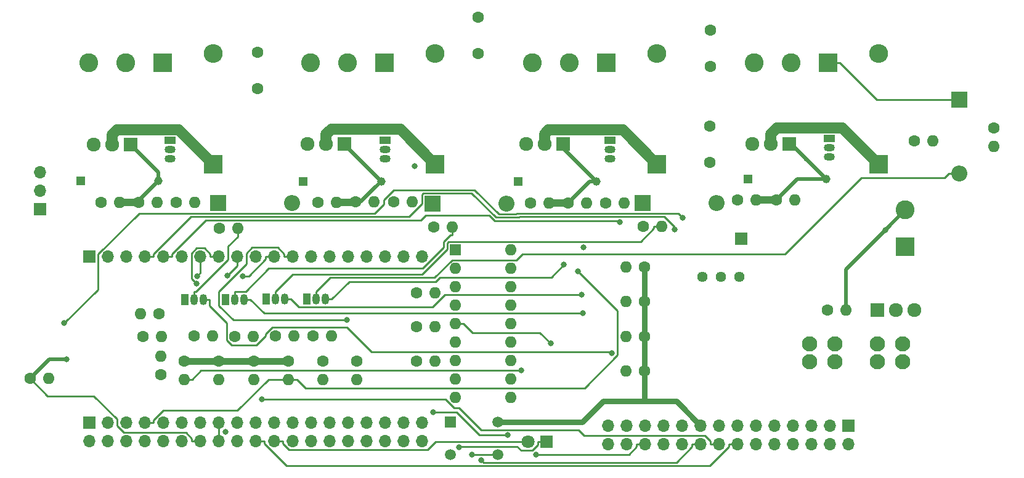
<source format=gbr>
%TF.GenerationSoftware,KiCad,Pcbnew,7.0.1*%
%TF.CreationDate,2023-05-06T14:51:25-07:00*%
%TF.ProjectId,MakeItRain,4d616b65-4974-4526-9169-6e2e6b696361,rev?*%
%TF.SameCoordinates,Original*%
%TF.FileFunction,Copper,L2,Inr*%
%TF.FilePolarity,Positive*%
%FSLAX46Y46*%
G04 Gerber Fmt 4.6, Leading zero omitted, Abs format (unit mm)*
G04 Created by KiCad (PCBNEW 7.0.1) date 2023-05-06 14:51:25*
%MOMM*%
%LPD*%
G01*
G04 APERTURE LIST*
%TA.AperFunction,ComponentPad*%
%ADD10C,1.600000*%
%TD*%
%TA.AperFunction,ComponentPad*%
%ADD11R,2.600000X2.600000*%
%TD*%
%TA.AperFunction,ComponentPad*%
%ADD12O,2.600000X2.600000*%
%TD*%
%TA.AperFunction,ComponentPad*%
%ADD13R,1.800000X1.800000*%
%TD*%
%TA.AperFunction,ComponentPad*%
%ADD14C,1.800000*%
%TD*%
%TA.AperFunction,ComponentPad*%
%ADD15R,1.700000X1.700000*%
%TD*%
%TA.AperFunction,ComponentPad*%
%ADD16O,1.700000X1.700000*%
%TD*%
%TA.AperFunction,ComponentPad*%
%ADD17C,2.600000*%
%TD*%
%TA.AperFunction,ComponentPad*%
%ADD18R,1.920000X1.920000*%
%TD*%
%TA.AperFunction,ComponentPad*%
%ADD19C,1.920000*%
%TD*%
%TA.AperFunction,ComponentPad*%
%ADD20R,1.050000X1.500000*%
%TD*%
%TA.AperFunction,ComponentPad*%
%ADD21O,1.050000X1.500000*%
%TD*%
%TA.AperFunction,ComponentPad*%
%ADD22R,1.150000X1.150000*%
%TD*%
%TA.AperFunction,ComponentPad*%
%ADD23C,1.150000*%
%TD*%
%TA.AperFunction,ComponentPad*%
%ADD24O,1.600000X1.600000*%
%TD*%
%TA.AperFunction,ComponentPad*%
%ADD25R,1.500000X1.050000*%
%TD*%
%TA.AperFunction,ComponentPad*%
%ADD26O,1.500000X1.050000*%
%TD*%
%TA.AperFunction,ComponentPad*%
%ADD27C,1.440000*%
%TD*%
%TA.AperFunction,ComponentPad*%
%ADD28R,1.600000X1.600000*%
%TD*%
%TA.AperFunction,ComponentPad*%
%ADD29R,2.200000X2.200000*%
%TD*%
%TA.AperFunction,ComponentPad*%
%ADD30O,2.200000X2.200000*%
%TD*%
%TA.AperFunction,ComponentPad*%
%ADD31R,1.500000X1.500000*%
%TD*%
%TA.AperFunction,ComponentPad*%
%ADD32C,1.500000*%
%TD*%
%TA.AperFunction,ComponentPad*%
%ADD33C,2.100000*%
%TD*%
%TA.AperFunction,ViaPad*%
%ADD34C,0.800000*%
%TD*%
%TA.AperFunction,Conductor*%
%ADD35C,0.508000*%
%TD*%
%TA.AperFunction,Conductor*%
%ADD36C,0.250000*%
%TD*%
%TA.AperFunction,Conductor*%
%ADD37C,1.524000*%
%TD*%
%TA.AperFunction,Conductor*%
%ADD38C,0.762000*%
%TD*%
%TA.AperFunction,Conductor*%
%ADD39C,0.889000*%
%TD*%
%TA.AperFunction,Conductor*%
%ADD40C,1.016000*%
%TD*%
G04 APERTURE END LIST*
D10*
%TO.N,/Zone1IO/ZoneInput*%
%TO.C,C2*%
X89109000Y-69659700D03*
%TO.N,GND*%
X89109000Y-74659700D03*
%TD*%
%TO.N,/Zone2IO/ZoneInput*%
%TO.C,C3*%
X119449600Y-64825000D03*
%TO.N,GND*%
X119449600Y-69825000D03*
%TD*%
%TO.N,/Zone3IO/ZoneInput*%
%TO.C,C4*%
X151357900Y-66638300D03*
%TO.N,GND*%
X151357900Y-71638300D03*
%TD*%
D11*
%TO.N,/Zone1IO/ZoneOutput*%
%TO.C,D3*%
X83061000Y-85060000D03*
D12*
%TO.N,GND*%
X83061000Y-69820000D03*
%TD*%
D11*
%TO.N,/Zone2IO/ZoneOutput*%
%TO.C,D5*%
X113541000Y-85060000D03*
D12*
%TO.N,GND*%
X113541000Y-69820000D03*
%TD*%
D11*
%TO.N,/Zone4IO/ZoneOutput*%
%TO.C,D7*%
X174501000Y-85060000D03*
D12*
%TO.N,GND*%
X174501000Y-69820000D03*
%TD*%
D11*
%TO.N,/Zone3IO/ZoneOutput*%
%TO.C,D9*%
X144021000Y-85060000D03*
D12*
%TO.N,GND*%
X144021000Y-69820000D03*
%TD*%
D13*
%TO.N,Net-(D1-K)*%
%TO.C,D1*%
X128872900Y-123268200D03*
D14*
%TO.N,D27*%
X126332900Y-123268200D03*
%TD*%
D15*
%TO.N,+3V3*%
%TO.C,J2*%
X66040000Y-120650000D03*
D16*
X66040000Y-123190000D03*
%TO.N,EN*%
X68580000Y-120650000D03*
X68580000Y-123190000D03*
%TO.N,D36*%
X71120000Y-120650000D03*
X71120000Y-123190000D03*
%TO.N,D39*%
X73660000Y-120650000D03*
X73660000Y-123190000D03*
%TO.N,D34*%
X76200000Y-120650000D03*
X76200000Y-123190000D03*
%TO.N,D35*%
X78740000Y-120650000D03*
X78740000Y-123190000D03*
%TO.N,D32*%
X81280000Y-120650000D03*
X81280000Y-123190000D03*
%TO.N,D33*%
X83820000Y-120650000D03*
X83820000Y-123190000D03*
%TO.N,D25*%
X86360000Y-120650000D03*
X86360000Y-123190000D03*
%TO.N,D26*%
X88900000Y-120650000D03*
X88900000Y-123190000D03*
%TO.N,D27*%
X91440000Y-120650000D03*
X91440000Y-123190000D03*
%TO.N,D14*%
X93980000Y-120650000D03*
X93980000Y-123190000D03*
%TO.N,D12*%
X96520000Y-120650000D03*
X96520000Y-123190000D03*
%TO.N,GND*%
X99060000Y-120650000D03*
X99060000Y-123190000D03*
%TO.N,unconnected-(J2-Pin_29-Pad29)*%
X101600000Y-120650000D03*
%TO.N,unconnected-(J2-Pin_30-Pad30)*%
X101600000Y-123190000D03*
%TO.N,unconnected-(J2-Pin_31-Pad31)*%
X104140000Y-120650000D03*
%TO.N,unconnected-(J2-Pin_32-Pad32)*%
X104140000Y-123190000D03*
%TO.N,unconnected-(J2-Pin_33-Pad33)*%
X106680000Y-120650000D03*
%TO.N,unconnected-(J2-Pin_34-Pad34)*%
X106680000Y-123190000D03*
%TO.N,unconnected-(J2-Pin_35-Pad35)*%
X109220000Y-120650000D03*
%TO.N,unconnected-(J2-Pin_36-Pad36)*%
X109220000Y-123190000D03*
%TO.N,Net-(J2-Pin_37)*%
X111760000Y-120650000D03*
X111760000Y-123190000D03*
%TD*%
D15*
%TO.N,GND*%
%TO.C,J3*%
X66040000Y-97790000D03*
D16*
%TO.N,D23*%
X68580000Y-97790000D03*
%TO.N,D22*%
X71120000Y-97790000D03*
%TO.N,TX*%
X73660000Y-97790000D03*
%TO.N,RX*%
X76200000Y-97790000D03*
%TO.N,D21*%
X78740000Y-97790000D03*
%TO.N,GND*%
X81280000Y-97790000D03*
%TO.N,D19*%
X83820000Y-97790000D03*
%TO.N,D18*%
X86360000Y-97790000D03*
%TO.N,D5*%
X88900000Y-97790000D03*
%TO.N,D17*%
X91440000Y-97790000D03*
%TO.N,D16*%
X93980000Y-97790000D03*
%TO.N,D4*%
X96520000Y-97790000D03*
%TO.N,D0*%
X99060000Y-97790000D03*
%TO.N,D2*%
X101600000Y-97790000D03*
%TO.N,D15*%
X104140000Y-97790000D03*
%TO.N,/SD1*%
X106680000Y-97790000D03*
%TO.N,/SDD*%
X109220000Y-97790000D03*
%TO.N,/CLK*%
X111760000Y-97790000D03*
%TD*%
D11*
%TO.N,Net-(P1-Pin_1)*%
%TO.C,P1*%
X178125700Y-96457800D03*
D17*
%TO.N,GND*%
X178125700Y-91377800D03*
%TD*%
D18*
%TO.N,Net-(Q3-Pad1)*%
%TO.C,Q3*%
X71689700Y-82379600D03*
D19*
%TO.N,/Zone1IO/ZoneOutput*%
X69149700Y-82379600D03*
%TO.N,+VDC*%
X66609700Y-82379600D03*
%TD*%
D18*
%TO.N,Net-(Q6-Pad1)*%
%TO.C,Q6*%
X101108600Y-82267600D03*
D19*
%TO.N,/Zone2IO/ZoneOutput*%
X98568600Y-82267600D03*
%TO.N,+VDC*%
X96028600Y-82267600D03*
%TD*%
D20*
%TO.N,GND*%
%TO.C,Q7*%
X90300800Y-103664300D03*
D21*
%TO.N,Net-(D6-A)*%
X91570800Y-103664300D03*
%TO.N,/InputIsolation/3in*%
X92840800Y-103664300D03*
%TD*%
D18*
%TO.N,Net-(Q9-Pad1)*%
%TO.C,Q9*%
X131085700Y-82267600D03*
D19*
%TO.N,/Zone3IO/ZoneOutput*%
X128545700Y-82267600D03*
%TO.N,+VDC*%
X126005700Y-82267600D03*
%TD*%
D18*
%TO.N,Net-(Q12-Pad1)*%
%TO.C,Q12*%
X162229200Y-82267600D03*
D19*
%TO.N,/Zone4IO/ZoneOutput*%
X159689200Y-82267600D03*
%TO.N,+VDC*%
X157149200Y-82267600D03*
%TD*%
D18*
%TO.N,Net-(Q13-Pad1)*%
%TO.C,Q13*%
X174341600Y-105164100D03*
D19*
%TO.N,Net-(P1-Pin_1)*%
X176881600Y-105164100D03*
%TO.N,Net-(Q13-Pad3)*%
X179421600Y-105164100D03*
%TD*%
D11*
%TO.N,/Zone2IO/ZoneInput*%
%TO.C,Z2*%
X106556000Y-71090000D03*
D17*
%TO.N,/Zone2IO/ZoneOutput*%
X101476000Y-71090000D03*
%TO.N,GND*%
X96396000Y-71090000D03*
%TD*%
D11*
%TO.N,/Zone3IO/ZoneInput*%
%TO.C,Z3*%
X137036000Y-71090000D03*
D17*
%TO.N,/Zone3IO/ZoneOutput*%
X131956000Y-71090000D03*
%TO.N,GND*%
X126876000Y-71090000D03*
%TD*%
D11*
%TO.N,/Zone4IO/ZoneInput*%
%TO.C,Z4*%
X167516000Y-71090000D03*
D17*
%TO.N,/Zone4IO/ZoneOutput*%
X162436000Y-71090000D03*
%TO.N,GND*%
X157356000Y-71090000D03*
%TD*%
D11*
%TO.N,/Zone1IO/ZoneInput*%
%TO.C,Z1*%
X76076000Y-71090000D03*
D17*
%TO.N,/Zone1IO/ZoneOutput*%
X70996000Y-71090000D03*
%TO.N,GND*%
X65916000Y-71090000D03*
%TD*%
D15*
%TO.N,+VDC*%
%TO.C,J1*%
X170349000Y-121042300D03*
D16*
%TO.N,TX*%
X170349000Y-123582300D03*
%TO.N,+VDC*%
X167809000Y-121042300D03*
%TO.N,RX*%
X167809000Y-123582300D03*
%TO.N,+VDC*%
X165269000Y-121042300D03*
%TO.N,Z8*%
X165269000Y-123582300D03*
%TO.N,+VDC*%
X162729000Y-121042300D03*
%TO.N,Z7*%
X162729000Y-123582300D03*
%TO.N,+VDC*%
X160189000Y-121042300D03*
%TO.N,Z6*%
X160189000Y-123582300D03*
%TO.N,+3V3*%
X157649000Y-121042300D03*
%TO.N,Z5*%
X157649000Y-123582300D03*
%TO.N,+3V3*%
X155109000Y-121042300D03*
%TO.N,D26*%
X155109000Y-123582300D03*
%TO.N,+3V3*%
X152569000Y-121042300D03*
%TO.N,D23*%
X152569000Y-123582300D03*
%TO.N,+3V3*%
X150029000Y-121042300D03*
%TO.N,D19*%
X150029000Y-123582300D03*
%TO.N,GND*%
X147489000Y-121042300D03*
%TO.N,D18*%
X147489000Y-123582300D03*
%TO.N,GND*%
X144949000Y-121042300D03*
%TO.N,D17*%
X144949000Y-123582300D03*
%TO.N,GND*%
X142409000Y-121042300D03*
%TO.N,D16*%
X142409000Y-123582300D03*
%TO.N,GND*%
X139869000Y-121042300D03*
%TO.N,D22*%
X139869000Y-123582300D03*
%TO.N,GND*%
X137329000Y-121042300D03*
%TO.N,D21*%
X137329000Y-123582300D03*
%TD*%
D22*
%TO.N,+VDC*%
%TO.C,Z5*%
X64792500Y-87395400D03*
D23*
%TO.N,Net-(Q3-Pad1)*%
X75492500Y-87395400D03*
%TD*%
D22*
%TO.N,+VDC*%
%TO.C,Z6*%
X95418500Y-87436000D03*
D23*
%TO.N,Net-(Q6-Pad1)*%
X106118500Y-87436000D03*
%TD*%
D22*
%TO.N,+VDC*%
%TO.C,Z8*%
X156564300Y-87104200D03*
D23*
%TO.N,Net-(Q12-Pad1)*%
X167264300Y-87104200D03*
%TD*%
D20*
%TO.N,GND*%
%TO.C,Q4*%
X84702900Y-103677400D03*
D21*
%TO.N,Net-(D4-A)*%
X85972900Y-103677400D03*
%TO.N,/InputIsolation/2in*%
X87242900Y-103677400D03*
%TD*%
D10*
%TO.N,+VDC*%
%TO.C,R23*%
X75572300Y-105627200D03*
D24*
%TO.N,Net-(IC1-+IN_A)*%
X73032300Y-105627200D03*
%TD*%
D10*
%TO.N,+3V3*%
%TO.C,R31*%
X83822200Y-112140600D03*
D24*
%TO.N,D35*%
X83822200Y-114680600D03*
%TD*%
D10*
%TO.N,Net-(Q9-Pad1)*%
%TO.C,R16*%
X131777400Y-90385900D03*
D24*
%TO.N,Net-(Q8-D)*%
X134317400Y-90385900D03*
%TD*%
D25*
%TO.N,GND*%
%TO.C,Q2*%
X77074800Y-81816600D03*
D26*
%TO.N,Z1*%
X77074800Y-83086600D03*
%TO.N,Net-(Q2-D)*%
X77074800Y-84356600D03*
%TD*%
D10*
%TO.N,Net-(IC1-+IN_A)*%
%TO.C,R24*%
X73376700Y-108765100D03*
D24*
%TO.N,GND*%
X75916700Y-108765100D03*
%TD*%
D10*
%TO.N,Net-(D2-A)*%
%TO.C,R5*%
X80372200Y-108702600D03*
D24*
%TO.N,GND*%
X82912200Y-108702600D03*
%TD*%
D27*
%TO.N,AuxVoltage*%
%TO.C,RV1*%
X150281700Y-100622000D03*
%TO.N,Net-(IC1-+INB)*%
X152821700Y-100622000D03*
%TO.N,GND*%
X155361700Y-100622000D03*
%TD*%
D15*
%TO.N,AuxVoltage*%
%TO.C,J4*%
X155598900Y-95333800D03*
%TD*%
D10*
%TO.N,+VDC*%
%TO.C,R15*%
X126614500Y-90392400D03*
D24*
%TO.N,Net-(Q9-Pad1)*%
X129154500Y-90392400D03*
%TD*%
D10*
%TO.N,Net-(D8-A)*%
%TO.C,R17*%
X96767000Y-108701700D03*
D24*
%TO.N,GND*%
X99307000Y-108701700D03*
%TD*%
D15*
%TO.N,+VDC*%
%TO.C,J5*%
X59207700Y-91310200D03*
D16*
%TO.N,+3V3*%
X59207700Y-88770200D03*
%TO.N,GND*%
X59207700Y-86230200D03*
%TD*%
D10*
%TO.N,Net-(D1-K)*%
%TO.C,R4*%
X98113700Y-112207200D03*
D24*
%TO.N,GND*%
X98113700Y-114747200D03*
%TD*%
D10*
%TO.N,Z4*%
%TO.C,R18*%
X179350700Y-81833100D03*
D24*
%TO.N,GND*%
X181890700Y-81833100D03*
%TD*%
D10*
%TO.N,+3V3*%
%TO.C,R29*%
X142295000Y-113577700D03*
D24*
%TO.N,Net-(IC2-A_1)*%
X139755000Y-113577700D03*
%TD*%
D10*
%TO.N,D33*%
%TO.C,R25*%
X75859900Y-114068500D03*
D24*
%TO.N,GND*%
X75859900Y-111528500D03*
%TD*%
D10*
%TO.N,+3V3*%
%TO.C,R33*%
X93402900Y-112140600D03*
D24*
%TO.N,D39*%
X93402900Y-114680600D03*
%TD*%
D10*
%TO.N,/Zone2IO/ZoneInput*%
%TO.C,R2*%
X113321700Y-93731200D03*
D24*
%TO.N,Net-(D4-A)*%
X115861700Y-93731200D03*
%TD*%
D10*
%TO.N,Z3*%
%TO.C,R14*%
X136973400Y-90405200D03*
D24*
%TO.N,GND*%
X139513400Y-90405200D03*
%TD*%
D25*
%TO.N,GND*%
%TO.C,Q11*%
X167687500Y-81543000D03*
D26*
%TO.N,Z4*%
X167687500Y-82813000D03*
%TO.N,Net-(Q11-D)*%
X167687500Y-84083000D03*
%TD*%
D10*
%TO.N,+3V3*%
%TO.C,R27*%
X142295000Y-103999000D03*
D24*
%TO.N,Net-(IC2-A_3)*%
X139755000Y-103999000D03*
%TD*%
D28*
%TO.N,D22*%
%TO.C,U1*%
X116307900Y-96853800D03*
D24*
%TO.N,D21*%
X116307900Y-99393800D03*
%TO.N,GND*%
X116307900Y-101933800D03*
X116307900Y-104473800D03*
X116307900Y-107013800D03*
%TO.N,Net-(U1-~{RESET})*%
X116307900Y-109553800D03*
%TO.N,unconnected-(U1-NC-Pad7)*%
X116307900Y-112093800D03*
%TO.N,unconnected-(U1-INT-Pad8)*%
X116307900Y-114633800D03*
%TO.N,GND*%
X116307900Y-117173800D03*
%TO.N,Z1*%
X123927900Y-117173800D03*
%TO.N,Z2*%
X123927900Y-114633800D03*
%TO.N,Z3*%
X123927900Y-112093800D03*
%TO.N,Z4*%
X123927900Y-109553800D03*
%TO.N,Z5*%
X123927900Y-107013800D03*
%TO.N,Z6*%
X123927900Y-104473800D03*
%TO.N,Z7*%
X123927900Y-101933800D03*
%TO.N,Z8*%
X123927900Y-99393800D03*
%TO.N,+3V3*%
X123927900Y-96853800D03*
%TD*%
D29*
%TO.N,/Zone2IO/ZoneInput*%
%TO.C,D4*%
X113156300Y-90507700D03*
D30*
%TO.N,Net-(D4-A)*%
X123316300Y-90507700D03*
%TD*%
D29*
%TO.N,/Zone1IO/ZoneInput*%
%TO.C,D2*%
X83739400Y-90439100D03*
D30*
%TO.N,Net-(D2-A)*%
X93899400Y-90439100D03*
%TD*%
D31*
%TO.N,unconnected-(S1-NO_1-Pad1)*%
%TO.C,S1*%
X115616200Y-120523800D03*
D32*
%TO.N,+3V3*%
X122116200Y-120523800D03*
%TO.N,unconnected-(S1-COM_1-Pad3)*%
X115616200Y-125023800D03*
%TO.N,D25*%
X122116200Y-125023800D03*
%TD*%
D10*
%TO.N,Net-(D4-A)*%
%TO.C,R9*%
X85984200Y-108777600D03*
D24*
%TO.N,GND*%
X88524200Y-108777600D03*
%TD*%
D10*
%TO.N,Net-(D6-A)*%
%TO.C,R13*%
X91573600Y-108698400D03*
D24*
%TO.N,GND*%
X94113600Y-108698400D03*
%TD*%
D10*
%TO.N,Z1*%
%TO.C,R6*%
X77976900Y-90313600D03*
D24*
%TO.N,GND*%
X80516900Y-90313600D03*
%TD*%
D10*
%TO.N,+VDC*%
%TO.C,R11*%
X97428100Y-90313600D03*
D24*
%TO.N,Net-(Q6-Pad1)*%
X99968100Y-90313600D03*
%TD*%
D10*
%TO.N,+VDC*%
%TO.C,R7*%
X67592100Y-90313600D03*
D24*
%TO.N,Net-(Q3-Pad1)*%
X70132100Y-90313600D03*
%TD*%
D10*
%TO.N,+3V3*%
%TO.C,R37*%
X110974300Y-107478900D03*
D24*
%TO.N,D21*%
X113514300Y-107478900D03*
%TD*%
D33*
%TO.N,+VDC*%
%TO.C,U2*%
X164978400Y-112300500D03*
X168478400Y-112300500D03*
%TO.N,Net-(Q13-Pad3)*%
X174278400Y-112300500D03*
X177778400Y-112300500D03*
X177778400Y-109800500D03*
X174278400Y-109800500D03*
%TO.N,+VDC*%
X168478400Y-109800500D03*
X164978400Y-109800500D03*
%TD*%
D20*
%TO.N,GND*%
%TO.C,Q10*%
X95932600Y-103664300D03*
D21*
%TO.N,Net-(D8-A)*%
X97202600Y-103664300D03*
%TO.N,/InputIsolation/4in*%
X98472600Y-103664300D03*
%TD*%
D29*
%TO.N,/Zone4IO/ZoneInput*%
%TO.C,D8*%
X185558100Y-76184700D03*
D30*
%TO.N,Net-(D8-A)*%
X185558100Y-86344700D03*
%TD*%
D20*
%TO.N,GND*%
%TO.C,Q1*%
X79106900Y-103682000D03*
D21*
%TO.N,Net-(D2-A)*%
X80376900Y-103682000D03*
%TO.N,/InputIsolation/1in*%
X81646900Y-103682000D03*
%TD*%
D10*
%TO.N,+3V3*%
%TO.C,R26*%
X142295000Y-99209700D03*
D24*
%TO.N,Net-(IC2-A_4)*%
X139755000Y-99209700D03*
%TD*%
D10*
%TO.N,+3V3*%
%TO.C,R36*%
X110974300Y-112149500D03*
D24*
%TO.N,Net-(U1-~{RESET})*%
X113514300Y-112149500D03*
%TD*%
D10*
%TO.N,/Zone1IO/ZoneInput*%
%TO.C,R1*%
X83868300Y-93912900D03*
D24*
%TO.N,Net-(D2-A)*%
X86408300Y-93912900D03*
%TD*%
D10*
%TO.N,Net-(Q3-Pad1)*%
%TO.C,R8*%
X72798600Y-90313600D03*
D24*
%TO.N,Net-(Q2-D)*%
X75338600Y-90313600D03*
%TD*%
D25*
%TO.N,GND*%
%TO.C,Q8*%
X137542600Y-81822900D03*
D26*
%TO.N,Z3*%
X137542600Y-83092900D03*
%TO.N,Net-(Q8-D)*%
X137542600Y-84362900D03*
%TD*%
D25*
%TO.N,GND*%
%TO.C,Q5*%
X106673400Y-81749200D03*
D26*
%TO.N,Z2*%
X106673400Y-83019200D03*
%TO.N,Net-(Q5-D)*%
X106673400Y-84289200D03*
%TD*%
D10*
%TO.N,/Zone4IO/ZoneInput*%
%TO.C,C5*%
X151310400Y-84874400D03*
%TO.N,GND*%
X151310400Y-79874400D03*
%TD*%
%TO.N,Net-(Q13-Pad1)*%
%TO.C,R21*%
X167425100Y-105167700D03*
D24*
%TO.N,GND*%
X169965100Y-105167700D03*
%TD*%
D10*
%TO.N,D25*%
%TO.C,R3*%
X102762800Y-112161900D03*
D24*
%TO.N,GND*%
X102762800Y-114701900D03*
%TD*%
D10*
%TO.N,+3V3*%
%TO.C,R30*%
X79031800Y-112140600D03*
D24*
%TO.N,D34*%
X79031800Y-114680600D03*
%TD*%
D10*
%TO.N,Net-(Q6-Pad1)*%
%TO.C,R12*%
X102602700Y-90291400D03*
D24*
%TO.N,Net-(Q5-D)*%
X105142700Y-90291400D03*
%TD*%
D10*
%TO.N,/Zone3IO/ZoneInput*%
%TO.C,R22*%
X142150900Y-93635300D03*
D24*
%TO.N,Net-(D6-A)*%
X144690900Y-93635300D03*
%TD*%
D10*
%TO.N,+3V3*%
%TO.C,R28*%
X142295000Y-108788400D03*
D24*
%TO.N,Net-(IC2-A_2)*%
X139755000Y-108788400D03*
%TD*%
D10*
%TO.N,Net-(Q12-Pad1)*%
%TO.C,R20*%
X160459300Y-89971000D03*
D24*
%TO.N,Net-(Q11-D)*%
X162999300Y-89971000D03*
%TD*%
D10*
%TO.N,+VDC*%
%TO.C,R19*%
X155096800Y-90020800D03*
D24*
%TO.N,Net-(Q12-Pad1)*%
X157636800Y-90020800D03*
%TD*%
D10*
%TO.N,/Zone4IO/ZoneInput*%
%TO.C,R35*%
X190329000Y-80096300D03*
D24*
%TO.N,Net-(D8-A)*%
X190329000Y-82636300D03*
%TD*%
D10*
%TO.N,Z2*%
%TO.C,R10*%
X107804100Y-90285900D03*
D24*
%TO.N,GND*%
X110344100Y-90285900D03*
%TD*%
D29*
%TO.N,/Zone3IO/ZoneInput*%
%TO.C,D6*%
X142032800Y-90398200D03*
D30*
%TO.N,Net-(D6-A)*%
X152192800Y-90398200D03*
%TD*%
D10*
%TO.N,+3V3*%
%TO.C,R32*%
X88612600Y-112140600D03*
D24*
%TO.N,D36*%
X88612600Y-114680600D03*
%TD*%
D22*
%TO.N,+VDC*%
%TO.C,Z7*%
X124968600Y-87436000D03*
D23*
%TO.N,Net-(Q9-Pad1)*%
X135668600Y-87436000D03*
%TD*%
D10*
%TO.N,+3V3*%
%TO.C,R38*%
X110974300Y-102808300D03*
D24*
%TO.N,D22*%
X113514300Y-102808300D03*
%TD*%
D10*
%TO.N,D32*%
%TO.C,R34*%
X57889400Y-114568900D03*
D24*
%TO.N,GND*%
X60429400Y-114568900D03*
%TD*%
D34*
%TO.N,GND*%
X80837100Y-100469000D03*
X175398000Y-94105800D03*
X129390000Y-109740000D03*
X110681000Y-85364200D03*
%TO.N,/InputIsolation/1in*%
X137818300Y-111079100D03*
%TO.N,/InputIsolation/2in*%
X133840000Y-105610900D03*
%TO.N,/InputIsolation/3in*%
X133664700Y-103059000D03*
%TO.N,D39*%
X133143700Y-99829700D03*
%TO.N,D23*%
X89762800Y-117396000D03*
%TO.N,D19*%
X119870000Y-125819000D03*
X80741100Y-101478000D03*
%TO.N,Net-(IC1-+INB)*%
X147554000Y-92434500D03*
X62580600Y-106960000D03*
%TO.N,D18*%
X84955500Y-100441000D03*
%TO.N,D32*%
X62842900Y-111931000D03*
%TO.N,TX*%
X146448000Y-94037500D03*
%TO.N,RX*%
X138918000Y-93019500D03*
%TO.N,D34*%
X125351000Y-113490000D03*
%TO.N,D17*%
X87086200Y-100467000D03*
%TO.N,D16*%
X101409000Y-106528000D03*
X127416000Y-125023000D03*
X123531000Y-122380000D03*
X113240000Y-119240000D03*
%TO.N,Net-(D1-K)*%
X116821000Y-124038000D03*
%TO.N,D33*%
X84764700Y-121920000D03*
%TO.N,D25*%
X118581700Y-125023800D03*
%TO.N,/InputIsolation/4in*%
X133931800Y-96478900D03*
X131239200Y-98903400D03*
%TD*%
D35*
%TO.N,GND*%
X169965000Y-104464000D02*
X169965000Y-103761000D01*
D36*
X81280000Y-97790000D02*
X81280000Y-100026000D01*
D35*
X169965000Y-103760000D02*
X169965000Y-102353000D01*
D36*
X169965000Y-103760000D02*
X169965000Y-103761000D01*
X169965000Y-104464000D02*
X169965000Y-104465000D01*
D35*
X169965000Y-103761000D02*
X169965000Y-103760000D01*
X169965000Y-99538400D02*
X175398000Y-94105800D01*
D36*
X116308100Y-107014000D02*
X117433000Y-107014000D01*
D35*
X169965000Y-104816000D02*
X169965000Y-104465000D01*
D36*
X117433000Y-107014000D02*
X118703000Y-108284000D01*
X127933000Y-108284000D02*
X129390000Y-109740000D01*
X169965000Y-102353000D02*
X169965000Y-103760000D01*
X118703000Y-108284000D02*
X127933000Y-108284000D01*
X169965000Y-104465000D02*
X169965000Y-104816000D01*
D35*
X169965000Y-102353000D02*
X169965000Y-99538400D01*
D36*
X169965000Y-103761000D02*
X169965000Y-104464000D01*
D35*
X175398000Y-94105800D02*
X178126000Y-91377800D01*
X169965000Y-104465000D02*
X169965000Y-104464000D01*
D36*
X81280000Y-100026000D02*
X80837100Y-100469000D01*
D37*
%TO.N,/Zone1IO/ZoneOutput*%
X69149700Y-81021900D02*
X69841600Y-80330100D01*
X69149700Y-82379600D02*
X69149700Y-81021900D01*
X78331100Y-80330100D02*
X83061000Y-85060000D01*
X69841600Y-80330100D02*
X78331100Y-80330100D01*
%TO.N,/Zone2IO/ZoneOutput*%
X108744000Y-80262700D02*
X113541000Y-85060000D01*
X98568600Y-80964600D02*
X99270500Y-80262700D01*
X98568600Y-82267600D02*
X98568600Y-80964600D01*
X99270500Y-80262700D02*
X108744000Y-80262700D01*
%TO.N,/Zone4IO/ZoneOutput*%
X159689000Y-82002600D02*
X159689000Y-81737500D01*
X159689000Y-81737500D02*
X159689000Y-80909900D01*
X160543000Y-80056500D02*
X169497000Y-80056500D01*
X159689000Y-80909900D02*
X160543000Y-80056500D01*
X169497000Y-80056500D02*
X174501000Y-85060000D01*
X159689000Y-82135100D02*
X159689000Y-82002600D01*
%TO.N,/Zone3IO/ZoneOutput*%
X139297000Y-80336400D02*
X144021000Y-85060000D01*
X128546000Y-82002700D02*
X128546000Y-81737800D01*
X128546000Y-81737800D02*
X128546000Y-81737500D01*
X129119000Y-80336400D02*
X139297000Y-80336400D01*
X128546000Y-82135300D02*
X128546000Y-82003000D01*
X128546000Y-80909900D02*
X129119000Y-80336400D01*
X128546000Y-82003000D02*
X128546000Y-82002700D01*
X128546000Y-81737500D02*
X128546000Y-80909900D01*
D38*
%TO.N,+3V3*%
X142295000Y-113577700D02*
X142295000Y-117631000D01*
X142295000Y-117631000D02*
X142252000Y-117674000D01*
X142295000Y-99209700D02*
X142295000Y-103999000D01*
D39*
X79031800Y-112140600D02*
X83822200Y-112140600D01*
D38*
X142252000Y-117674000D02*
X136605000Y-117674000D01*
X150029000Y-121042000D02*
X146661000Y-117674000D01*
X133755000Y-120524000D02*
X122116200Y-120524000D01*
X142295000Y-103999000D02*
X142295000Y-108788400D01*
X136605000Y-117674000D02*
X133755000Y-120524000D01*
X142295000Y-108788400D02*
X142295000Y-113577700D01*
D39*
X88612600Y-112140600D02*
X93402900Y-112140600D01*
X88612600Y-112140600D02*
X83822200Y-112140600D01*
D38*
X146661000Y-117674000D02*
X142252000Y-117674000D01*
D36*
%TO.N,Net-(D2-A)*%
X86408300Y-93912900D02*
X86408300Y-95038000D01*
X80376900Y-102607000D02*
X80376900Y-103682000D01*
X85090000Y-98214300D02*
X80697400Y-102607000D01*
X85090000Y-96356300D02*
X85090000Y-98214300D01*
X86408300Y-95038000D02*
X85090000Y-96356300D01*
X80697400Y-102607000D02*
X80376900Y-102607000D01*
%TO.N,Net-(D4-A)*%
X114733000Y-95732700D02*
X115609000Y-94856300D01*
X115862000Y-94856300D02*
X115862000Y-94293700D01*
X85972900Y-102602000D02*
X87486300Y-102602000D01*
X115609000Y-94856300D02*
X115862000Y-94856300D01*
X85972900Y-103677000D02*
X85972900Y-102602000D01*
X111838000Y-99415300D02*
X114733000Y-96520900D01*
X87486300Y-102602000D02*
X90673300Y-99415300D01*
X114733000Y-96520900D02*
X114733000Y-95732700D01*
X90673300Y-99415300D02*
X111838000Y-99415300D01*
%TO.N,/InputIsolation/1in*%
X101406000Y-107550500D02*
X104755800Y-110900300D01*
X137639500Y-110900300D02*
X137818300Y-111079100D01*
X85550800Y-109955600D02*
X88965700Y-109955600D01*
X90208200Y-108472500D02*
X91130200Y-107550500D01*
X82497000Y-103682000D02*
X82497000Y-104532100D01*
X104755800Y-110900300D02*
X137639500Y-110900300D01*
X91130200Y-107550500D02*
X101406000Y-107550500D01*
X84859000Y-109263800D02*
X85550800Y-109955600D01*
X84859000Y-106894100D02*
X84859000Y-109263800D01*
X81646900Y-103682000D02*
X82497000Y-103682000D01*
X88965700Y-109955600D02*
X90208200Y-108713100D01*
X90208200Y-108713100D02*
X90208200Y-108472500D01*
X82497000Y-104532100D02*
X84859000Y-106894100D01*
%TO.N,/InputIsolation/2in*%
X90026500Y-105610900D02*
X88093000Y-103677400D01*
X133840000Y-105610900D02*
X90026500Y-105610900D01*
X87242900Y-103677400D02*
X88093000Y-103677400D01*
%TO.N,/InputIsolation/3in*%
X92840800Y-103664300D02*
X93690900Y-103664300D01*
X133664700Y-103059000D02*
X114854700Y-103059000D01*
X113174200Y-104739500D02*
X94766100Y-104739500D01*
X94766100Y-104739500D02*
X93690900Y-103664300D01*
X114854700Y-103059000D02*
X113174200Y-104739500D01*
%TO.N,D39*%
X93402900Y-114680600D02*
X90612900Y-114680600D01*
X90612900Y-114680600D02*
X86341300Y-118952200D01*
X76167600Y-118952200D02*
X74835100Y-120284700D01*
X93402900Y-114680600D02*
X94528000Y-114680600D01*
X138553700Y-111374600D02*
X134055900Y-115872400D01*
X138553700Y-105239700D02*
X138553700Y-111374600D01*
X74835100Y-120284700D02*
X74835100Y-120650000D01*
X86341300Y-118952200D02*
X76167600Y-118952200D01*
X133143700Y-99829700D02*
X138553700Y-105239700D01*
X95719800Y-115872400D02*
X94528000Y-114680600D01*
X134055900Y-115872400D02*
X95719800Y-115872400D01*
X73660000Y-120650000D02*
X74835100Y-120650000D01*
%TO.N,/Zone4IO/ZoneInput*%
X167516000Y-71090000D02*
X169141000Y-71090000D01*
X174236000Y-76184700D02*
X185558000Y-76184700D01*
X169141000Y-71090000D02*
X174236000Y-76184700D01*
%TO.N,D27*%
X92615100Y-123190000D02*
X92615100Y-123557000D01*
X113616000Y-123268000D02*
X126332700Y-123268000D01*
X92615100Y-123557000D02*
X93468200Y-124410000D01*
X112474000Y-124410000D02*
X113616000Y-123268000D01*
X93468200Y-124410000D02*
X112474000Y-124410000D01*
X91440000Y-123190000D02*
X92615100Y-123190000D01*
%TO.N,D26*%
X151305000Y-126576000D02*
X153934000Y-123948000D01*
X153934000Y-123948000D02*
X153934000Y-123582000D01*
X88900000Y-123190000D02*
X90075100Y-123190000D01*
X93094100Y-126576000D02*
X151305000Y-126576000D01*
X90075100Y-123190000D02*
X90075100Y-123557000D01*
X153934000Y-123582000D02*
X155108700Y-123582000D01*
X90075100Y-123557000D02*
X93094100Y-126576000D01*
%TO.N,D23*%
X150586000Y-122407000D02*
X133981000Y-122407000D01*
X152568700Y-123582000D02*
X151394000Y-123582000D01*
X116810000Y-118631000D02*
X116174000Y-118631000D01*
X114939000Y-117396000D02*
X89762800Y-117396000D01*
X151394000Y-123582000D02*
X151394000Y-123215000D01*
X133225000Y-121651000D02*
X119830000Y-121651000D01*
X151394000Y-123215000D02*
X150586000Y-122407000D01*
X116174000Y-118631000D02*
X114939000Y-117396000D01*
X133981000Y-122407000D02*
X133225000Y-121651000D01*
X119830000Y-121651000D02*
X116810000Y-118631000D01*
%TO.N,D19*%
X80781900Y-96612800D02*
X80062300Y-97332400D01*
X81834900Y-96612800D02*
X80781900Y-96612800D01*
X148854000Y-123950000D02*
X146677000Y-126126000D01*
X148854000Y-123582000D02*
X148854000Y-123950000D01*
X146677000Y-126126000D02*
X120176000Y-126126000D01*
X80062300Y-100799000D02*
X80741100Y-101478000D01*
X80062300Y-97332400D02*
X80062300Y-100799000D01*
X82644900Y-97422800D02*
X81834900Y-96612800D01*
X150028700Y-123582000D02*
X148854000Y-123582000D01*
X83820000Y-97790000D02*
X82644900Y-97790000D01*
X120176000Y-126126000D02*
X119870000Y-125819000D01*
X82644900Y-97790000D02*
X82644900Y-97422800D01*
%TO.N,Net-(IC1-+INB)*%
X118951000Y-88632400D02*
X122276000Y-91956700D01*
X107818000Y-88632400D02*
X118951000Y-88632400D01*
X106473000Y-90612100D02*
X106473000Y-89977000D01*
X106473000Y-89977000D02*
X107818000Y-88632400D01*
X146964000Y-91844100D02*
X147554000Y-92434500D01*
X72842400Y-91864400D02*
X105221000Y-91864400D01*
X105221000Y-91864400D02*
X106473000Y-90612100D01*
X124638000Y-91956700D02*
X124751000Y-91844100D01*
X62580600Y-106960000D02*
X67215200Y-102325000D01*
X122276000Y-91956700D02*
X124638000Y-91956700D01*
X67215200Y-97491600D02*
X72842400Y-91864400D01*
X124751000Y-91844100D02*
X146964000Y-91844100D01*
X67215200Y-102325000D02*
X67215200Y-97491600D01*
%TO.N,D18*%
X86360000Y-99036200D02*
X84955500Y-100441000D01*
X86360000Y-97790000D02*
X86360000Y-99036200D01*
%TO.N,D32*%
X69850000Y-121081000D02*
X69850000Y-120177000D01*
X60286600Y-116966000D02*
X57889400Y-114569000D01*
X66638700Y-116966000D02*
X60286600Y-116966000D01*
X80104900Y-122823000D02*
X79297100Y-122015000D01*
D35*
X60527100Y-111931000D02*
X57889400Y-114568900D01*
D36*
X81280000Y-123190000D02*
X80104900Y-123190000D01*
D35*
X62842900Y-111931000D02*
X60527100Y-111931000D01*
D36*
X69850000Y-120177000D02*
X66638700Y-116966000D01*
X80104900Y-123190000D02*
X80104900Y-122823000D01*
X79297100Y-122015000D02*
X70784000Y-122015000D01*
X70784000Y-122015000D02*
X69850000Y-121081000D01*
%TO.N,TX*%
X73660000Y-97790000D02*
X74835100Y-97790000D01*
X146448000Y-93759300D02*
X146448000Y-94037500D01*
X121864000Y-92406800D02*
X125050000Y-92406800D01*
X125162000Y-92294300D02*
X144983000Y-92294300D01*
X74835100Y-97790000D02*
X74835100Y-97424700D01*
X111731000Y-90507800D02*
X111731000Y-89273100D01*
X74835100Y-97424700D02*
X79945300Y-92314500D01*
X118540000Y-89082600D02*
X121864000Y-92406800D01*
X111922000Y-89082600D02*
X118540000Y-89082600D01*
X109924000Y-92314500D02*
X111731000Y-90507800D01*
X79945300Y-92314500D02*
X109924000Y-92314500D01*
X125050000Y-92406800D02*
X125162000Y-92294300D01*
X111731000Y-89273100D02*
X111922000Y-89082600D01*
X144983000Y-92294300D02*
X146448000Y-93759300D01*
%TO.N,RX*%
X77375100Y-97424700D02*
X82035200Y-92764600D01*
X112235000Y-92119300D02*
X120940000Y-92119300D01*
X120940000Y-92119300D02*
X121713000Y-92891800D01*
X111590000Y-92764600D02*
X112235000Y-92119300D01*
X77375100Y-97790000D02*
X77375100Y-97424700D01*
X121713000Y-92891800D02*
X138791000Y-92891800D01*
X82035200Y-92764600D02*
X111590000Y-92764600D01*
X138791000Y-92891800D02*
X138918000Y-93019500D01*
X76200000Y-97790000D02*
X77375100Y-97790000D01*
%TO.N,D34*%
X81347500Y-113490000D02*
X125351000Y-113490000D01*
X79031800Y-114680600D02*
X80156900Y-114680600D01*
X80156900Y-114680600D02*
X81347500Y-113490000D01*
%TO.N,D17*%
X87086200Y-100467000D02*
X87953100Y-100467000D01*
X90264900Y-97790000D02*
X91440000Y-97790000D01*
X87953100Y-100467000D02*
X90264900Y-98155200D01*
X90264900Y-98155200D02*
X90264900Y-97790000D01*
%TO.N,D16*%
X92804900Y-97424800D02*
X92804900Y-97790000D01*
X101409000Y-106528000D02*
X85815500Y-106528000D01*
X85815500Y-106528000D02*
X83821300Y-104534000D01*
X123531000Y-122380000D02*
X119604000Y-122380000D01*
X141234000Y-123950000D02*
X140161000Y-125023000D01*
X87630000Y-98821900D02*
X87630000Y-97333500D01*
X91935200Y-96555100D02*
X92804900Y-97424800D01*
X140161000Y-125023000D02*
X127416000Y-125023000D01*
X92804900Y-97790000D02*
X93980000Y-97790000D01*
X116465000Y-119240000D02*
X113240000Y-119240000D01*
X87630000Y-97333500D02*
X88408400Y-96555100D01*
X83821300Y-104534000D02*
X83821300Y-102631000D01*
X88408400Y-96555100D02*
X91935200Y-96555100D01*
X119604000Y-122380000D02*
X116465000Y-119240000D01*
X83821300Y-102631000D02*
X87630000Y-98821900D01*
X141234000Y-123582000D02*
X141234000Y-123950000D01*
X142408700Y-123582000D02*
X141234000Y-123582000D01*
D40*
%TO.N,Net-(Q3-Pad1)*%
X70132100Y-90313600D02*
X72798600Y-90313600D01*
D35*
X75492500Y-87395400D02*
X75492500Y-86182400D01*
X72798600Y-90089300D02*
X75492500Y-87395400D01*
X75492500Y-86182400D02*
X71689700Y-82379600D01*
%TO.N,Net-(Q6-Pad1)*%
X102603000Y-90291400D02*
X103263000Y-90291400D01*
D40*
X99968100Y-90313600D02*
X102580000Y-90313600D01*
D36*
X105143600Y-88410900D02*
X106118500Y-87436000D01*
D35*
X106118000Y-87436000D02*
X101109000Y-82426100D01*
D36*
X105143200Y-88410900D02*
X105143600Y-88410900D01*
D35*
X105143200Y-88410900D02*
X106118000Y-87436000D01*
X103263000Y-90291400D02*
X105143200Y-88410900D01*
%TO.N,Net-(Q9-Pad1)*%
X134727000Y-87436000D02*
X135668600Y-87436000D01*
X131777000Y-90385900D02*
X134727000Y-87436000D01*
X135669000Y-87436000D02*
X131086000Y-82853100D01*
D40*
X129154500Y-90392400D02*
X131771000Y-90392400D01*
D35*
%TO.N,Net-(Q12-Pad1)*%
X167264000Y-87104200D02*
X164633000Y-84472600D01*
D36*
X164633000Y-84472600D02*
X164434000Y-84472600D01*
D35*
X163326000Y-87104200D02*
X165582000Y-87104200D01*
D36*
X163514000Y-83552700D02*
X163514000Y-83353600D01*
D35*
X166423000Y-87104200D02*
X167264000Y-87104200D01*
X160459000Y-89971000D02*
X163326000Y-87104200D01*
D36*
X166423000Y-87104200D02*
X167264000Y-87104200D01*
D35*
X165582000Y-87104200D02*
X166423000Y-87104200D01*
D36*
X165582000Y-87104200D02*
X166423000Y-87104200D01*
D35*
X163514000Y-83353600D02*
X162428000Y-82267600D01*
X164633000Y-84472600D02*
X163514000Y-83353600D01*
D40*
X157637000Y-90020800D02*
X160409000Y-90020800D01*
D36*
X164434000Y-84472600D02*
X163514000Y-83552700D01*
%TO.N,Net-(D1-K)*%
X127648000Y-123728000D02*
X126882000Y-124493000D01*
X126882000Y-124493000D02*
X125340000Y-124493000D01*
X124790000Y-123944000D02*
X116915000Y-123944000D01*
X116915000Y-123944000D02*
X116821000Y-124038000D01*
X128872700Y-123268000D02*
X127648000Y-123268000D01*
X127648000Y-123268000D02*
X127648000Y-123728000D01*
X125340000Y-124493000D02*
X124790000Y-123944000D01*
%TO.N,Net-(D6-A)*%
X111739000Y-100206000D02*
X93953500Y-100206000D01*
X115183000Y-95919200D02*
X115183000Y-96763000D01*
X141754000Y-95728700D02*
X115373000Y-95728700D01*
X93953500Y-100206000D02*
X91570800Y-102589000D01*
X143566000Y-93916700D02*
X141754000Y-95728700D01*
X143566000Y-93635300D02*
X143566000Y-93916700D01*
X115183000Y-96763000D02*
X111739000Y-100206000D01*
X91570800Y-102589000D02*
X91570800Y-103664000D01*
X115373000Y-95728700D02*
X115183000Y-95919200D01*
X144690900Y-93635300D02*
X143566000Y-93635300D01*
%TO.N,Net-(D8-A)*%
X97202600Y-102589000D02*
X97202600Y-103664000D01*
X125544000Y-97448000D02*
X124723000Y-98268700D01*
X161596000Y-97448000D02*
X125544000Y-97448000D01*
X115842000Y-98268700D02*
X113406000Y-100704000D01*
X172109000Y-86935300D02*
X161596000Y-97448000D01*
X184133000Y-86344700D02*
X183542000Y-86935300D01*
X124723000Y-98268700D02*
X115842000Y-98268700D01*
X99087300Y-100704000D02*
X97202600Y-102589000D01*
X113406000Y-100704000D02*
X99087300Y-100704000D01*
X185558000Y-86344700D02*
X184133000Y-86344700D01*
X183542000Y-86935300D02*
X172109000Y-86935300D01*
%TO.N,D33*%
X83820000Y-123190000D02*
X83820000Y-120650000D01*
%TO.N,D25*%
X122116200Y-125023800D02*
X118581700Y-125023800D01*
%TO.N,/InputIsolation/4in*%
X131239200Y-98903400D02*
X129478800Y-100663800D01*
X113635300Y-101259300D02*
X101727700Y-101259300D01*
X114230800Y-100663800D02*
X113635300Y-101259300D01*
X101727700Y-101259300D02*
X99322700Y-103664300D01*
X98472600Y-103664300D02*
X99322700Y-103664300D01*
X129478800Y-100663800D02*
X114230800Y-100663800D01*
%TD*%
M02*

</source>
